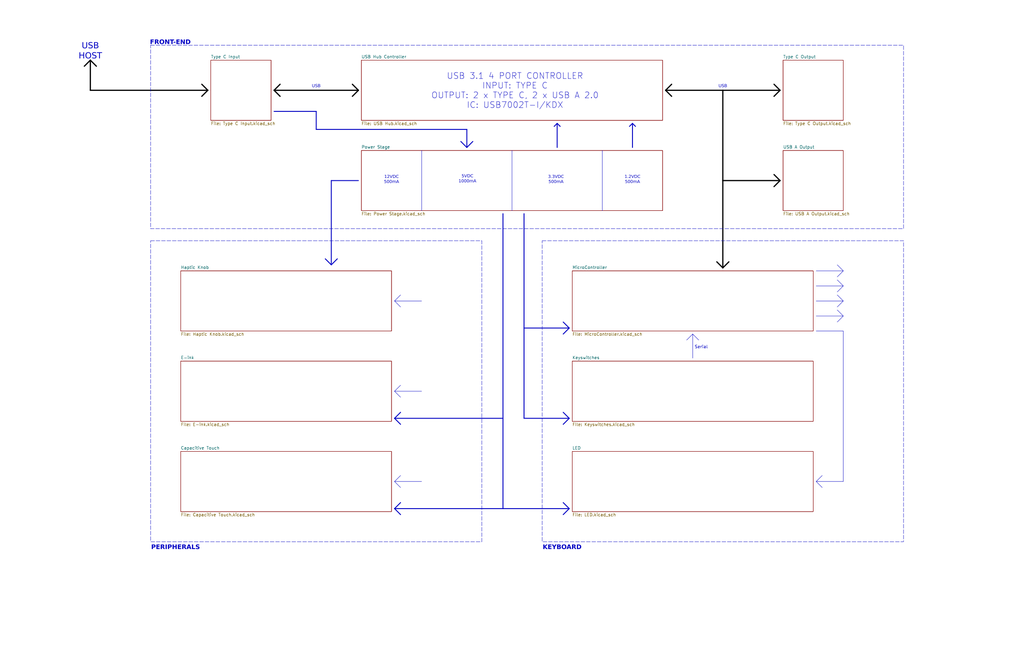
<source format=kicad_sch>
(kicad_sch
	(version 20250114)
	(generator "eeschema")
	(generator_version "9.0")
	(uuid "432eeaeb-5c19-4b62-9914-84847c26b6b8")
	(paper "USLedger")
	(title_block
		(title "Mechanical Keyboard")
		(date "2025-11-03")
		(rev "A")
	)
	(lib_symbols)
	(rectangle
		(start 228.6 101.6)
		(end 381 228.6)
		(stroke
			(width 0)
			(type dash)
		)
		(fill
			(type none)
		)
		(uuid 2f51f5d4-6cdc-40e0-b8c5-bda9121ff67c)
	)
	(rectangle
		(start 63.5 19.05)
		(end 381 96.52)
		(stroke
			(width 0)
			(type dash)
		)
		(fill
			(type none)
		)
		(uuid 7d99f7c3-9e87-4a32-8925-e2b11850d1fc)
	)
	(rectangle
		(start 63.5 101.6)
		(end 203.2 228.6)
		(stroke
			(width 0)
			(type dash)
		)
		(fill
			(type none)
		)
		(uuid ed5b1062-bc1f-471a-a061-c4640981148d)
	)
	(text "FRONT-END"
		(exclude_from_sim no)
		(at 63.246 18.542 0)
		(effects
			(font
				(face "Comic Sans MS")
				(size 1.905 1.905)
				(thickness 0.254)
				(bold yes)
				(italic yes)
			)
			(justify left)
		)
		(uuid "3dddb0af-53d8-47cf-8f32-2297153e6420")
	)
	(text "USB"
		(exclude_from_sim no)
		(at 304.8 36.83 0)
		(effects
			(font
				(face "Comic Sans MS")
				(size 1.27 1.27)
			)
		)
		(uuid "4a552f52-ad5e-4020-bb8e-17496a6e3724")
	)
	(text "USB"
		(exclude_from_sim no)
		(at 133.35 36.83 0)
		(effects
			(font
				(face "Comic Sans MS")
				(size 1.27 1.27)
			)
		)
		(uuid "4df20f2a-36cd-49a9-af46-dfb2dc62f8d7")
	)
	(text "PERIPHERALS"
		(exclude_from_sim no)
		(at 63.754 231.648 0)
		(effects
			(font
				(face "Comic Sans MS")
				(size 1.905 1.905)
				(thickness 0.254)
				(bold yes)
				(italic yes)
			)
			(justify left)
		)
		(uuid "532be03e-53ab-43a2-aafc-cd598e5afb50")
	)
	(text "5VDC\n1000mA"
		(exclude_from_sim no)
		(at 197.104 75.946 0)
		(effects
			(font
				(face "Comic Sans MS")
				(size 1.27 1.27)
			)
		)
		(uuid "556c29af-d06c-4948-87c8-b00a20eaacc1")
	)
	(text "Serial"
		(exclude_from_sim no)
		(at 292.862 146.558 0)
		(effects
			(font
				(size 1.27 1.27)
			)
			(justify left)
		)
		(uuid "7e29f1d2-48ba-40b2-98b3-67b14e7c0269")
	)
	(text "USB 3.1 4 PORT CONTROLLER\nINPUT: TYPE C\nOUTPUT: 2 x TYPE C, 2 x USB A 2.0\nIC: USB7002T-I/KDX"
		(exclude_from_sim no)
		(at 217.17 38.354 0)
		(effects
			(font
				(size 2.54 2.54)
			)
		)
		(uuid "83ffe399-5fdc-4204-bdef-9567197223a6")
	)
	(text "12VDC\n500mA"
		(exclude_from_sim no)
		(at 165.1 76.2 0)
		(effects
			(font
				(face "Comic Sans MS")
				(size 1.27 1.27)
			)
		)
		(uuid "866a37d5-0c19-4c49-a5f2-b9df619b5c2a")
	)
	(text "3.3VDC\n500mA"
		(exclude_from_sim no)
		(at 234.442 76.2 0)
		(effects
			(font
				(face "Comic Sans MS")
				(size 1.27 1.27)
			)
		)
		(uuid "b637dabd-4f0c-4436-88c9-b3b5714fa7ab")
	)
	(text "KEYBOARD"
		(exclude_from_sim no)
		(at 228.854 231.648 0)
		(effects
			(font
				(face "Comic Sans MS")
				(size 1.905 1.905)
				(thickness 0.254)
				(bold yes)
				(italic yes)
			)
			(justify left)
		)
		(uuid "bae9ceeb-deef-4002-b39a-07eea7e19bb3")
	)
	(text "1.2VDC\n500mA"
		(exclude_from_sim no)
		(at 266.7 76.2 0)
		(effects
			(font
				(face "Comic Sans MS")
				(size 1.27 1.27)
			)
		)
		(uuid "d2c4a0c5-e2ef-4d1e-b8f4-532f1100ff3f")
	)
	(text "USB\nHOST"
		(exclude_from_sim no)
		(at 38.1 22.352 0)
		(effects
			(font
				(face "Comic Sans MS")
				(size 2.54 2.54)
			)
		)
		(uuid "f7e52b3e-2406-4d22-9bf4-6802a8d5ba2f")
	)
	(polyline
		(pts
			(xy 266.7 62.23) (xy 266.7 52.07)
		)
		(stroke
			(width 0.381)
			(type default)
			(color 0 0 194 1)
		)
		(uuid "01dd4df8-90de-4536-9295-e7898df87084")
	)
	(polyline
		(pts
			(xy 234.95 52.07) (xy 236.22 53.34)
		)
		(stroke
			(width 0.381)
			(type default)
			(color 0 0 194 1)
		)
		(uuid "085badca-7e94-42f0-a2ff-03aacc3acfd1")
	)
	(polyline
		(pts
			(xy 115.57 38.1) (xy 118.11 35.56)
		)
		(stroke
			(width 0.508)
			(type default)
			(color 0 0 0 1)
		)
		(uuid "08a7b39c-4305-44f5-923a-fa4c185fdfcd")
	)
	(polyline
		(pts
			(xy 139.7 76.2) (xy 151.13 76.2)
		)
		(stroke
			(width 0.381)
			(type default)
			(color 0 0 194 1)
		)
		(uuid "0ce17292-fdc6-4286-8826-d2c98c53bb48")
	)
	(polyline
		(pts
			(xy 266.7 52.07) (xy 267.97 53.34)
		)
		(stroke
			(width 0.381)
			(type default)
			(color 0 0 194 1)
		)
		(uuid "0e4a0002-7ecc-42a4-bca3-b6e35a82ae12")
	)
	(polyline
		(pts
			(xy 212.09 176.53) (xy 166.37 176.53)
		)
		(stroke
			(width 0.381)
			(type default)
			(color 0 0 194 1)
		)
		(uuid "108d6a9d-5c4a-4805-ab9f-73100424f4ed")
	)
	(polyline
		(pts
			(xy 265.43 53.34) (xy 266.7 52.07)
		)
		(stroke
			(width 0.381)
			(type default)
			(color 0 0 194 1)
		)
		(uuid "138257ee-845d-4e78-be66-41ce55b16825")
	)
	(polyline
		(pts
			(xy 133.35 54.61) (xy 196.85 54.61)
		)
		(stroke
			(width 0.381)
			(type default)
			(color 0 0 194 1)
		)
		(uuid "185a32f5-a0f0-488a-8b28-79062c58793b")
	)
	(polyline
		(pts
			(xy 220.98 138.43) (xy 220.98 176.53)
		)
		(stroke
			(width 0.381)
			(type default)
			(color 0 0 194 1)
		)
		(uuid "1c991ecd-c7e3-4fb3-817d-d3f3c8d5379d")
	)
	(polyline
		(pts
			(xy 38.1 25.4) (xy 40.64 27.94)
		)
		(stroke
			(width 0.508)
			(type default)
			(color 0 0 0 1)
		)
		(uuid "1cd45fc6-2ccc-4842-84db-5bb604950677")
	)
	(polyline
		(pts
			(xy 302.26 110.49) (xy 304.8 113.03)
		)
		(stroke
			(width 0.508)
			(type default)
			(color 0 0 0 1)
		)
		(uuid "2163d4d7-584a-4fff-b206-d4703dbecdb8")
	)
	(polyline
		(pts
			(xy 115.57 46.99) (xy 133.35 46.99)
		)
		(stroke
			(width 0.381)
			(type default)
			(color 0 0 194 1)
		)
		(uuid "2ed1e83a-9737-493c-9251-4e27ad22a40b")
	)
	(polyline
		(pts
			(xy 196.85 62.23) (xy 199.39 59.69)
		)
		(stroke
			(width 0.381)
			(type default)
			(color 0 0 194 1)
		)
		(uuid "2ee8c8e1-f0bc-4eee-96ac-f67a6b013819")
	)
	(polyline
		(pts
			(xy 280.67 38.1) (xy 283.21 35.56)
		)
		(stroke
			(width 0.508)
			(type default)
			(color 0 0 0 1)
		)
		(uuid "3187ba84-e8c7-4291-a536-aa4bc41d3f89")
	)
	(polyline
		(pts
			(xy 35.56 27.94) (xy 38.1 25.4)
		)
		(stroke
			(width 0.508)
			(type default)
			(color 0 0 0 1)
		)
		(uuid "31e9ea29-1976-476d-95e5-220aaabe5595")
	)
	(polyline
		(pts
			(xy 254 63.5) (xy 254 88.9)
		)
		(stroke
			(width 0)
			(type default)
		)
		(uuid "3570c001-47cd-43b6-b63c-98bd666d093c")
	)
	(polyline
		(pts
			(xy 353.06 130.81) (xy 355.6 133.35)
		)
		(stroke
			(width 0)
			(type default)
		)
		(uuid "3c19f214-a513-4b62-ad9e-bd0f09cadcd3")
	)
	(polyline
		(pts
			(xy 304.8 113.03) (xy 307.34 110.49)
		)
		(stroke
			(width 0.508)
			(type default)
			(color 0 0 0 1)
		)
		(uuid "3e88081e-78b0-4491-8293-238b9502c5af")
	)
	(polyline
		(pts
			(xy 344.17 120.65) (xy 355.6 120.65)
		)
		(stroke
			(width 0)
			(type default)
		)
		(uuid "400dce45-131f-4255-8261-bf0099616a1c")
	)
	(polyline
		(pts
			(xy 326.39 78.74) (xy 328.93 76.2)
		)
		(stroke
			(width 0.508)
			(type default)
			(color 0 0 0 1)
		)
		(uuid "45fd168e-379e-4e99-89ac-65f650343c8e")
	)
	(polyline
		(pts
			(xy 215.9 63.5) (xy 215.9 88.9)
		)
		(stroke
			(width 0)
			(type default)
		)
		(uuid "47ccd282-0ba7-4707-8e77-e8072d525b70")
	)
	(polyline
		(pts
			(xy 148.59 35.56) (xy 151.13 38.1)
		)
		(stroke
			(width 0.508)
			(type default)
			(color 0 0 0 1)
		)
		(uuid "4979fdc3-3457-4e1c-a313-56689f7d68b5")
	)
	(polyline
		(pts
			(xy 237.49 173.99) (xy 240.03 176.53)
		)
		(stroke
			(width 0.381)
			(type default)
			(color 0 0 194 1)
		)
		(uuid "4c6ff652-e42b-42bd-aaae-912d7a894c7a")
	)
	(polyline
		(pts
			(xy 240.03 138.43) (xy 237.49 135.89)
		)
		(stroke
			(width 0.381)
			(type default)
			(color 0 0 194 1)
		)
		(uuid "4e45df63-41c8-4e55-be8e-cb8af14484b6")
	)
	(polyline
		(pts
			(xy 237.49 212.09) (xy 240.03 214.63)
		)
		(stroke
			(width 0.381)
			(type default)
			(color 0 0 194 1)
		)
		(uuid "4e91a24d-1786-4df4-9fc3-549723c53608")
	)
	(polyline
		(pts
			(xy 234.95 62.23) (xy 234.95 52.07)
		)
		(stroke
			(width 0.381)
			(type default)
			(color 0 0 194 1)
		)
		(uuid "4ea00361-ad48-41de-8cdb-3e3c685c3b3a")
	)
	(polyline
		(pts
			(xy 220.98 90.17) (xy 220.98 138.43)
		)
		(stroke
			(width 0.381)
			(type default)
			(color 0 0 194 1)
		)
		(uuid "550aa163-0590-41c4-9980-a94f467acafb")
	)
	(polyline
		(pts
			(xy 166.37 214.63) (xy 168.91 212.09)
		)
		(stroke
			(width 0.381)
			(type default)
			(color 0 0 194 1)
		)
		(uuid "55931997-83b8-4fa3-a8bc-c80429f9344a")
	)
	(polyline
		(pts
			(xy 353.06 118.11) (xy 355.6 120.65)
		)
		(stroke
			(width 0)
			(type default)
		)
		(uuid "57bc721c-3d03-4ef0-8c8d-e6b1b93d5102")
	)
	(polyline
		(pts
			(xy 220.98 176.53) (xy 240.03 176.53)
		)
		(stroke
			(width 0.381)
			(type default)
			(color 0 0 194 1)
		)
		(uuid "59922caf-40ae-4496-8cbe-fa1f42d37330")
	)
	(polyline
		(pts
			(xy 344.17 203.2) (xy 346.71 200.66)
		)
		(stroke
			(width 0)
			(type default)
		)
		(uuid "5a9f7c6d-0f10-4449-9642-a5c4165ddf23")
	)
	(polyline
		(pts
			(xy 304.8 38.1) (xy 304.8 76.2)
		)
		(stroke
			(width 0.508)
			(type default)
			(color 0 0 0 1)
		)
		(uuid "5c36d109-611d-4785-9f25-eb4d3e99c8b3")
	)
	(polyline
		(pts
			(xy 353.06 111.76) (xy 355.6 114.3)
		)
		(stroke
			(width 0)
			(type default)
		)
		(uuid "5cdf17bb-a582-45bb-b3ca-e9dd8642c122")
	)
	(polyline
		(pts
			(xy 139.7 76.2) (xy 139.7 111.76)
		)
		(stroke
			(width 0.381)
			(type default)
			(color 0 0 194 1)
		)
		(uuid "5ed3b526-04d5-4f64-8c30-af660cfcae20")
	)
	(polyline
		(pts
			(xy 166.37 165.1) (xy 168.91 162.56)
		)
		(stroke
			(width 0)
			(type default)
		)
		(uuid "5f5d8c78-dada-4261-954a-b92540773394")
	)
	(polyline
		(pts
			(xy 166.37 203.2) (xy 168.91 205.74)
		)
		(stroke
			(width 0)
			(type default)
		)
		(uuid "633ba752-8149-4619-927a-dfef42b18e1a")
	)
	(polyline
		(pts
			(xy 304.8 76.2) (xy 304.8 113.03)
		)
		(stroke
			(width 0.508)
			(type default)
			(color 0 0 0 1)
		)
		(uuid "637bbf0c-475f-405b-8775-ee9172e41b0e")
	)
	(polyline
		(pts
			(xy 344.17 133.35) (xy 355.6 133.35)
		)
		(stroke
			(width 0)
			(type default)
		)
		(uuid "6496e191-a0a5-44e1-87ea-7187937aca0a")
	)
	(polyline
		(pts
			(xy 326.39 73.66) (xy 328.93 76.2)
		)
		(stroke
			(width 0.508)
			(type default)
			(color 0 0 0 1)
		)
		(uuid "7047c8c2-5cdc-4f27-b6e9-98c12b725a0b")
	)
	(polyline
		(pts
			(xy 289.56 143.51) (xy 292.1 140.97)
		)
		(stroke
			(width 0)
			(type default)
		)
		(uuid "75ac877f-2994-4375-8b96-a26788cfd551")
	)
	(polyline
		(pts
			(xy 166.37 203.2) (xy 177.8 203.2)
		)
		(stroke
			(width 0)
			(type default)
		)
		(uuid "768306fb-8189-43ab-bf55-b50161931c02")
	)
	(polyline
		(pts
			(xy 85.09 40.64) (xy 87.63 38.1)
		)
		(stroke
			(width 0.508)
			(type default)
			(color 0 0 0 1)
		)
		(uuid "7a8b5a23-4df3-472f-89ff-eccc2ee98ae3")
	)
	(polyline
		(pts
			(xy 344.17 127) (xy 355.6 127)
		)
		(stroke
			(width 0)
			(type default)
		)
		(uuid "7eadddf0-4b86-4e7d-b159-c21ac3751076")
	)
	(polyline
		(pts
			(xy 133.35 46.99) (xy 133.35 54.61)
		)
		(stroke
			(width 0.381)
			(type default)
			(color 0 0 194 1)
		)
		(uuid "85bdc1d5-ec1f-4c54-93bb-4bb583d741fb")
	)
	(polyline
		(pts
			(xy 212.09 214.63) (xy 166.37 214.63)
		)
		(stroke
			(width 0.381)
			(type default)
			(color 0 0 194 1)
		)
		(uuid "86b442de-c4c3-419a-b2e5-1f33f49f710f")
	)
	(polyline
		(pts
			(xy 280.67 38.1) (xy 283.21 40.64)
		)
		(stroke
			(width 0.508)
			(type default)
			(color 0 0 0 1)
		)
		(uuid "87bf945b-bd6c-4642-8933-7b437bdeb20e")
	)
	(polyline
		(pts
			(xy 166.37 127) (xy 177.8 127)
		)
		(stroke
			(width 0)
			(type default)
		)
		(uuid "88dec547-f432-4f5c-974e-33420d2bc716")
	)
	(polyline
		(pts
			(xy 355.6 203.2) (xy 344.17 203.2)
		)
		(stroke
			(width 0)
			(type default)
		)
		(uuid "897445e7-627b-4a2e-9355-f1954f672092")
	)
	(polyline
		(pts
			(xy 292.1 140.97) (xy 294.64 143.51)
		)
		(stroke
			(width 0)
			(type default)
		)
		(uuid "8ab2d506-459b-4cb4-a22c-b7f4d09dbee0")
	)
	(polyline
		(pts
			(xy 326.39 40.64) (xy 328.93 38.1)
		)
		(stroke
			(width 0.508)
			(type default)
			(color 0 0 0 1)
		)
		(uuid "8b42b9ae-a30e-458c-b18a-ea25eef57638")
	)
	(polyline
		(pts
			(xy 355.6 139.7) (xy 355.6 203.2)
		)
		(stroke
			(width 0)
			(type default)
		)
		(uuid "8bfa63c7-635a-41c8-bb1c-2425e0a2b58f")
	)
	(polyline
		(pts
			(xy 85.09 35.56) (xy 87.63 38.1)
		)
		(stroke
			(width 0.508)
			(type default)
			(color 0 0 0 1)
		)
		(uuid "968b135d-d38f-4c4c-9c7c-71089460f5f9")
	)
	(polyline
		(pts
			(xy 115.57 38.1) (xy 151.13 38.1)
		)
		(stroke
			(width 0.508)
			(type default)
			(color 0 0 0 1)
		)
		(uuid "97d2bdad-8c8b-42a0-a969-be1699aab04c")
	)
	(polyline
		(pts
			(xy 166.37 127) (xy 168.91 124.46)
		)
		(stroke
			(width 0)
			(type default)
		)
		(uuid "9a9e5beb-f3ba-4423-bd9b-c93861887c8f")
	)
	(polyline
		(pts
			(xy 304.8 76.2) (xy 328.93 76.2)
		)
		(stroke
			(width 0.508)
			(type default)
			(color 0 0 0 1)
		)
		(uuid "9c5bbc2b-a1cb-4fc8-9367-0c3a52f9a2e9")
	)
	(polyline
		(pts
			(xy 280.67 38.1) (xy 328.93 38.1)
		)
		(stroke
			(width 0.508)
			(type default)
			(color 0 0 0 1)
		)
		(uuid "9f03466b-14e0-4277-bdd9-016eb9d6a2fc")
	)
	(polyline
		(pts
			(xy 148.59 40.64) (xy 151.13 38.1)
		)
		(stroke
			(width 0.508)
			(type default)
			(color 0 0 0 1)
		)
		(uuid "aa5b8625-5e92-4be8-b6f2-fcf769b175d3")
	)
	(polyline
		(pts
			(xy 166.37 176.53) (xy 168.91 179.07)
		)
		(stroke
			(width 0.381)
			(type default)
			(color 0 0 194 1)
		)
		(uuid "aa863252-02a4-4b99-9f71-922cf88e2c41")
	)
	(polyline
		(pts
			(xy 353.06 129.54) (xy 355.6 127)
		)
		(stroke
			(width 0)
			(type default)
		)
		(uuid "acba0e07-04fb-40b9-88f7-e28c15fe1736")
	)
	(polyline
		(pts
			(xy 194.31 59.69) (xy 196.85 62.23)
		)
		(stroke
			(width 0.381)
			(type default)
			(color 0 0 194 1)
		)
		(uuid "b6a604fd-6d0f-44d2-aa36-5b917149a232")
	)
	(polyline
		(pts
			(xy 220.98 138.43) (xy 240.03 138.43)
		)
		(stroke
			(width 0.381)
			(type default)
			(color 0 0 194 1)
		)
		(uuid "b86919c1-09b3-453e-9258-968fd5ad90b6")
	)
	(polyline
		(pts
			(xy 353.06 135.89) (xy 355.6 133.35)
		)
		(stroke
			(width 0)
			(type default)
		)
		(uuid "b93612f6-bd8b-4e3a-84cb-6f32e2807d05")
	)
	(polyline
		(pts
			(xy 237.49 179.07) (xy 240.03 176.53)
		)
		(stroke
			(width 0.381)
			(type default)
			(color 0 0 194 1)
		)
		(uuid "bf29f318-ee77-4033-8cf7-eb73ed437857")
	)
	(polyline
		(pts
			(xy 344.17 114.3) (xy 355.6 114.3)
		)
		(stroke
			(width 0)
			(type default)
		)
		(uuid "bfed5a36-6bc1-4dfa-b600-fe2715c43ddd")
	)
	(polyline
		(pts
			(xy 166.37 165.1) (xy 168.91 167.64)
		)
		(stroke
			(width 0)
			(type default)
		)
		(uuid "c1bebc29-b0aa-497c-9c88-ce441dd5a0f7")
	)
	(polyline
		(pts
			(xy 139.7 111.76) (xy 142.24 109.22)
		)
		(stroke
			(width 0.381)
			(type default)
			(color 0 0 194 1)
		)
		(uuid "c2a81647-9643-4699-9ac7-9b8725384afb")
	)
	(polyline
		(pts
			(xy 177.8 63.5) (xy 177.8 88.9)
		)
		(stroke
			(width 0)
			(type default)
		)
		(uuid "c3f3b055-3586-4834-82c3-a7e972d16c70")
	)
	(polyline
		(pts
			(xy 166.37 214.63) (xy 168.91 217.17)
		)
		(stroke
			(width 0.381)
			(type default)
			(color 0 0 194 1)
		)
		(uuid "c45becc2-0dfe-4fb9-be48-fa7129da958e")
	)
	(polyline
		(pts
			(xy 38.1 38.1) (xy 38.1 25.4)
		)
		(stroke
			(width 0.508)
			(type default)
			(color 0 0 0 1)
		)
		(uuid "c501c21f-2a59-4c4f-b3f0-5a6023b33ea0")
	)
	(polyline
		(pts
			(xy 166.37 127) (xy 168.91 129.54)
		)
		(stroke
			(width 0)
			(type default)
		)
		(uuid "c59d50f8-b113-442d-bf92-5e32ff45e0d0")
	)
	(polyline
		(pts
			(xy 353.06 124.46) (xy 355.6 127)
		)
		(stroke
			(width 0)
			(type default)
		)
		(uuid "c9d01e8c-3f0d-4ebb-8754-270d62893c1b")
	)
	(polyline
		(pts
			(xy 237.49 217.17) (xy 240.03 214.63)
		)
		(stroke
			(width 0.381)
			(type default)
			(color 0 0 194 1)
		)
		(uuid "c9ec958e-22bd-4579-b696-db034d50d72b")
	)
	(polyline
		(pts
			(xy 137.16 109.22) (xy 139.7 111.76)
		)
		(stroke
			(width 0.381)
			(type default)
			(color 0 0 194 1)
		)
		(uuid "cb1ebb81-1ea9-45b3-a935-ed072c1f2cb1")
	)
	(polyline
		(pts
			(xy 237.49 140.97) (xy 240.03 138.43)
		)
		(stroke
			(width 0.381)
			(type default)
			(color 0 0 194 1)
		)
		(uuid "cecb0b2d-e66f-47cc-989d-80073da39a4f")
	)
	(polyline
		(pts
			(xy 166.37 176.53) (xy 168.91 173.99)
		)
		(stroke
			(width 0.381)
			(type default)
			(color 0 0 194 1)
		)
		(uuid "d0f1d311-4902-4903-85b1-f2c7b915bdb7")
	)
	(polyline
		(pts
			(xy 115.57 38.1) (xy 118.11 40.64)
		)
		(stroke
			(width 0.508)
			(type default)
			(color 0 0 0 1)
		)
		(uuid "d5398c4b-1666-4023-b3e1-5222bbc6fd17")
	)
	(polyline
		(pts
			(xy 166.37 165.1) (xy 177.8 165.1)
		)
		(stroke
			(width 0)
			(type default)
		)
		(uuid "d97511b5-d36f-4313-b638-1d4bc6ad6441")
	)
	(polyline
		(pts
			(xy 212.09 214.63) (xy 240.03 214.63)
		)
		(stroke
			(width 0.381)
			(type default)
			(color 0 0 194 1)
		)
		(uuid "dcb09229-c1c5-4558-81e6-7ab6191ad510")
	)
	(polyline
		(pts
			(xy 38.1 38.1) (xy 87.63 38.1)
		)
		(stroke
			(width 0.508)
			(type default)
			(color 0 0 0 1)
		)
		(uuid "e1857226-c232-4a15-a5bd-a434c83b659a")
	)
	(polyline
		(pts
			(xy 292.1 151.13) (xy 292.1 140.97)
		)
		(stroke
			(width 0)
			(type default)
		)
		(uuid "e6378268-15f3-4d91-9f47-2607698558f5")
	)
	(polyline
		(pts
			(xy 353.06 123.19) (xy 355.6 120.65)
		)
		(stroke
			(width 0)
			(type default)
		)
		(uuid "ea783a60-44a2-4811-b47b-26a82e6e23b1")
	)
	(polyline
		(pts
			(xy 233.68 53.34) (xy 234.95 52.07)
		)
		(stroke
			(width 0.381)
			(type default)
			(color 0 0 194 1)
		)
		(uuid "ef0ce0cd-d30a-4010-b6f4-7ffee91a8c1e")
	)
	(polyline
		(pts
			(xy 326.39 35.56) (xy 328.93 38.1)
		)
		(stroke
			(width 0.508)
			(type default)
			(color 0 0 0 1)
		)
		(uuid "f0032740-2f4a-431f-b9f0-633f64f6b1c8")
	)
	(polyline
		(pts
			(xy 212.09 90.17) (xy 212.09 214.63)
		)
		(stroke
			(width 0.381)
			(type default)
			(color 0 0 194 1)
		)
		(uuid "f53d5ffd-acbd-4e70-ab24-03c548652efd")
	)
	(polyline
		(pts
			(xy 344.17 203.2) (xy 346.71 205.74)
		)
		(stroke
			(width 0)
			(type default)
		)
		(uuid "f70f1e0d-cd49-4d5e-b4ef-b1b1fe7dc3c9")
	)
	(polyline
		(pts
			(xy 166.37 203.2) (xy 168.91 200.66)
		)
		(stroke
			(width 0)
			(type default)
		)
		(uuid "f88743c8-a21f-4e5e-8ea6-a68a92f56d47")
	)
	(polyline
		(pts
			(xy 344.17 139.7) (xy 355.6 139.7)
		)
		(stroke
			(width 0)
			(type default)
		)
		(uuid "f8a2a31f-d27c-432b-8704-2f5e9ec914df")
	)
	(polyline
		(pts
			(xy 196.85 54.61) (xy 196.85 62.23)
		)
		(stroke
			(width 0.381)
			(type default)
			(color 0 0 194 1)
		)
		(uuid "fb9594cb-0e74-4735-b9d3-42271e21714a")
	)
	(polyline
		(pts
			(xy 353.06 116.84) (xy 355.6 114.3)
		)
		(stroke
			(width 0)
			(type default)
		)
		(uuid "ff46e009-5241-46ad-99af-4adc601b5575")
	)
	(sheet
		(at 152.4 63.5)
		(size 127 25.4)
		(exclude_from_sim no)
		(in_bom yes)
		(on_board yes)
		(dnp no)
		(fields_autoplaced yes)
		(stroke
			(width 0.1524)
			(type solid)
		)
		(fill
			(color 0 0 0 0.0000)
		)
		(uuid "0d59c282-e979-46f7-b765-1d484890f5cb")
		(property "Sheetname" "Power Stage"
			(at 152.4 62.7884 0)
			(effects
				(font
					(size 1.27 1.27)
				)
				(justify left bottom)
			)
		)
		(property "Sheetfile" "Power Stage.kicad_sch"
			(at 152.4 89.4846 0)
			(effects
				(font
					(size 1.27 1.27)
				)
				(justify left top)
			)
		)
		(instances
			(project "Main"
				(path "/432eeaeb-5c19-4b62-9914-84847c26b6b8"
					(page "4")
				)
			)
		)
	)
	(sheet
		(at 88.9 25.4)
		(size 25.4 25.4)
		(exclude_from_sim no)
		(in_bom yes)
		(on_board yes)
		(dnp no)
		(fields_autoplaced yes)
		(stroke
			(width 0.1524)
			(type solid)
		)
		(fill
			(color 0 0 0 0.0000)
		)
		(uuid "4ab7d268-9e9d-4067-a166-fbe20755a4b6")
		(property "Sheetname" "Type C Input"
			(at 88.9 24.6884 0)
			(effects
				(font
					(size 1.27 1.27)
				)
				(justify left bottom)
			)
		)
		(property "Sheetfile" "Type C Input.kicad_sch"
			(at 88.9 51.3846 0)
			(effects
				(font
					(size 1.27 1.27)
				)
				(justify left top)
			)
		)
		(instances
			(project "Main"
				(path "/432eeaeb-5c19-4b62-9914-84847c26b6b8"
					(page "2")
				)
			)
		)
	)
	(sheet
		(at 330.2 63.5)
		(size 25.4 25.4)
		(exclude_from_sim no)
		(in_bom yes)
		(on_board yes)
		(dnp no)
		(fields_autoplaced yes)
		(stroke
			(width 0.1524)
			(type solid)
		)
		(fill
			(color 0 0 0 0.0000)
		)
		(uuid "509d05f6-4fc8-4e49-9e73-648e1060e291")
		(property "Sheetname" "USB A Output"
			(at 330.2 62.7884 0)
			(effects
				(font
					(size 1.27 1.27)
				)
				(justify left bottom)
			)
		)
		(property "Sheetfile" "USB A Output.kicad_sch"
			(at 330.2 89.4846 0)
			(effects
				(font
					(size 1.27 1.27)
				)
				(justify left top)
			)
		)
		(instances
			(project "Main"
				(path "/432eeaeb-5c19-4b62-9914-84847c26b6b8"
					(page "12")
				)
			)
		)
	)
	(sheet
		(at 152.4 25.4)
		(size 127 25.4)
		(exclude_from_sim no)
		(in_bom yes)
		(on_board yes)
		(dnp no)
		(fields_autoplaced yes)
		(stroke
			(width 0.1524)
			(type solid)
		)
		(fill
			(color 0 0 0 0.0000)
		)
		(uuid "523aeb3d-3d3e-48d0-b9e5-76181bd18eb4")
		(property "Sheetname" "USB Hub Controller"
			(at 152.4 24.6884 0)
			(effects
				(font
					(size 1.27 1.27)
				)
				(justify left bottom)
			)
		)
		(property "Sheetfile" "USB Hub.kicad_sch"
			(at 152.4 51.3846 0)
			(effects
				(font
					(size 1.27 1.27)
				)
				(justify left top)
			)
		)
		(instances
			(project "Main"
				(path "/432eeaeb-5c19-4b62-9914-84847c26b6b8"
					(page "3")
				)
			)
		)
	)
	(sheet
		(at 76.2 152.4)
		(size 88.9 25.4)
		(exclude_from_sim no)
		(in_bom yes)
		(on_board yes)
		(dnp no)
		(fields_autoplaced yes)
		(stroke
			(width 0.1524)
			(type solid)
		)
		(fill
			(color 0 0 0 0.0000)
		)
		(uuid "5e575c02-cbc2-49a0-b1a5-e6949467e01e")
		(property "Sheetname" "E-ink"
			(at 76.2 151.6884 0)
			(effects
				(font
					(size 1.27 1.27)
				)
				(justify left bottom)
			)
		)
		(property "Sheetfile" "E-ink.kicad_sch"
			(at 76.2 178.3846 0)
			(effects
				(font
					(size 1.27 1.27)
				)
				(justify left top)
			)
		)
		(instances
			(project "Main"
				(path "/432eeaeb-5c19-4b62-9914-84847c26b6b8"
					(page "9")
				)
			)
		)
	)
	(sheet
		(at 241.3 190.5)
		(size 101.6 25.4)
		(exclude_from_sim no)
		(in_bom yes)
		(on_board yes)
		(dnp no)
		(fields_autoplaced yes)
		(stroke
			(width 0.1524)
			(type solid)
		)
		(fill
			(color 0 0 0 0.0000)
		)
		(uuid "695b734f-f146-4d9f-94d9-30e7cbd2a189")
		(property "Sheetname" "LED"
			(at 241.3 189.7884 0)
			(effects
				(font
					(size 1.27 1.27)
				)
				(justify left bottom)
			)
		)
		(property "Sheetfile" "LED.kicad_sch"
			(at 241.3 216.4846 0)
			(effects
				(font
					(size 1.27 1.27)
				)
				(justify left top)
			)
		)
		(instances
			(project "Main"
				(path "/432eeaeb-5c19-4b62-9914-84847c26b6b8"
					(page "7")
				)
			)
		)
	)
	(sheet
		(at 76.2 190.5)
		(size 88.9 25.4)
		(exclude_from_sim no)
		(in_bom yes)
		(on_board yes)
		(dnp no)
		(fields_autoplaced yes)
		(stroke
			(width 0.1524)
			(type solid)
		)
		(fill
			(color 0 0 0 0.0000)
		)
		(uuid "87d489a7-dd30-4688-b20a-19015a833e03")
		(property "Sheetname" "Capacitive Touch"
			(at 76.2 189.7884 0)
			(effects
				(font
					(size 1.27 1.27)
				)
				(justify left bottom)
			)
		)
		(property "Sheetfile" "Capacitive Touch.kicad_sch"
			(at 76.2 216.4846 0)
			(effects
				(font
					(size 1.27 1.27)
				)
				(justify left top)
			)
		)
		(instances
			(project "Main"
				(path "/432eeaeb-5c19-4b62-9914-84847c26b6b8"
					(page "10")
				)
			)
		)
	)
	(sheet
		(at 241.3 152.4)
		(size 101.6 25.4)
		(exclude_from_sim no)
		(in_bom yes)
		(on_board yes)
		(dnp no)
		(fields_autoplaced yes)
		(stroke
			(width 0.1524)
			(type solid)
		)
		(fill
			(color 0 0 0 0.0000)
		)
		(uuid "91fadf05-42c5-44c8-a19e-a7c5db9132ec")
		(property "Sheetname" "Keyswitches"
			(at 241.3 151.6884 0)
			(effects
				(font
					(size 1.27 1.27)
				)
				(justify left bottom)
			)
		)
		(property "Sheetfile" "Keyswitches.kicad_sch"
			(at 241.3 178.3846 0)
			(effects
				(font
					(size 1.27 1.27)
				)
				(justify left top)
			)
		)
		(instances
			(project "Main"
				(path "/432eeaeb-5c19-4b62-9914-84847c26b6b8"
					(page "6")
				)
			)
		)
	)
	(sheet
		(at 330.2 25.4)
		(size 25.4 25.4)
		(exclude_from_sim no)
		(in_bom yes)
		(on_board yes)
		(dnp no)
		(fields_autoplaced yes)
		(stroke
			(width 0.1524)
			(type solid)
		)
		(fill
			(color 0 0 0 0.0000)
		)
		(uuid "adb38be7-3301-48b8-81b4-0ebbf33d28ea")
		(property "Sheetname" "Type C Output"
			(at 330.2 24.6884 0)
			(effects
				(font
					(size 1.27 1.27)
				)
				(justify left bottom)
			)
		)
		(property "Sheetfile" "Type C Output.kicad_sch"
			(at 330.2 51.3846 0)
			(effects
				(font
					(size 1.27 1.27)
				)
				(justify left top)
			)
		)
		(instances
			(project "Main"
				(path "/432eeaeb-5c19-4b62-9914-84847c26b6b8"
					(page "11")
				)
			)
		)
	)
	(sheet
		(at 241.3 114.3)
		(size 101.6 25.4)
		(exclude_from_sim no)
		(in_bom yes)
		(on_board yes)
		(dnp no)
		(fields_autoplaced yes)
		(stroke
			(width 0.1524)
			(type solid)
		)
		(fill
			(color 0 0 0 0.0000)
		)
		(uuid "d91f6e7e-e5ab-4a50-8844-e908a3fcdbb7")
		(property "Sheetname" "MicroController"
			(at 241.3 113.5884 0)
			(effects
				(font
					(size 1.27 1.27)
				)
				(justify left bottom)
			)
		)
		(property "Sheetfile" "MicroController.kicad_sch"
			(at 241.3 140.2846 0)
			(effects
				(font
					(size 1.27 1.27)
				)
				(justify left top)
			)
		)
		(instances
			(project "Main"
				(path "/432eeaeb-5c19-4b62-9914-84847c26b6b8"
					(page "5")
				)
			)
		)
	)
	(sheet
		(at 76.2 114.3)
		(size 88.9 25.4)
		(exclude_from_sim no)
		(in_bom yes)
		(on_board yes)
		(dnp no)
		(fields_autoplaced yes)
		(stroke
			(width 0.1524)
			(type solid)
		)
		(fill
			(color 0 0 0 0.0000)
		)
		(uuid "f1ebb06d-f08a-4e74-9d42-9ec401141922")
		(property "Sheetname" "Haptic Knob"
			(at 76.2 113.5884 0)
			(effects
				(font
					(size 1.27 1.27)
				)
				(justify left bottom)
			)
		)
		(property "Sheetfile" "Haptic Knob.kicad_sch"
			(at 76.2 140.2846 0)
			(effects
				(font
					(size 1.27 1.27)
				)
				(justify left top)
			)
		)
		(instances
			(project "Main"
				(path "/432eeaeb-5c19-4b62-9914-84847c26b6b8"
					(page "8")
				)
			)
		)
	)
	(sheet_instances
		(path "/"
			(page "1")
		)
	)
	(embedded_fonts no)
)

</source>
